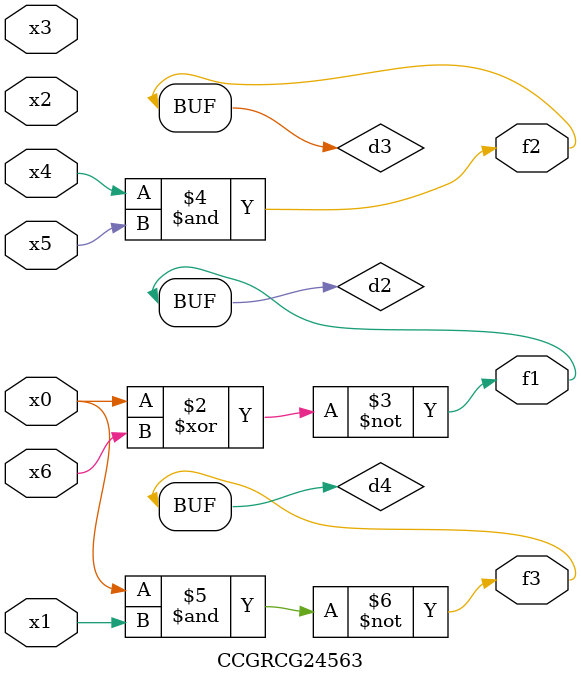
<source format=v>
module CCGRCG24563(
	input x0, x1, x2, x3, x4, x5, x6,
	output f1, f2, f3
);

	wire d1, d2, d3, d4;

	nor (d1, x0);
	xnor (d2, x0, x6);
	and (d3, x4, x5);
	nand (d4, x0, x1);
	assign f1 = d2;
	assign f2 = d3;
	assign f3 = d4;
endmodule

</source>
